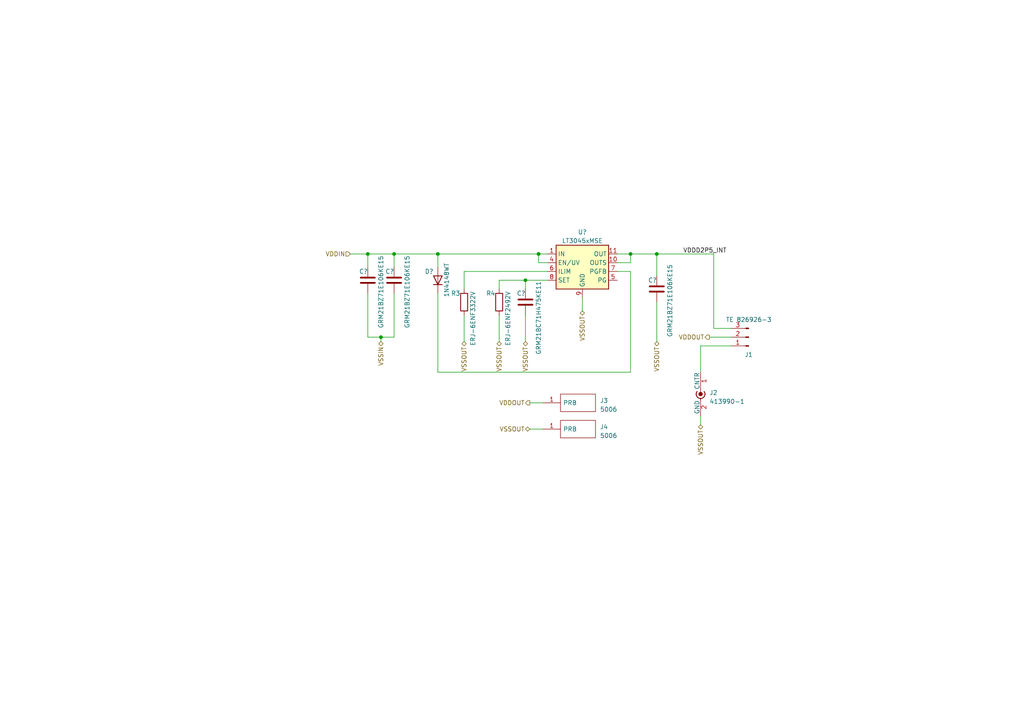
<source format=kicad_sch>
(kicad_sch (version 20230121) (generator eeschema)
  (paper "A4")
  (lib_symbols
    (symbol "Regulator_Linear:LT3045xMSE"
      (property "Reference" "U" (at -6.35 6.35 0))
      (property "Value" "LT3045xMSE" (at 1.27 6.35 0))
      (symbol "LT3045xMSE_0_1"
        (rectangle (start -7.62 5.08) (end 7.62 -7.62) (stroke (width 0.254)) (fill (type background)))
      )
      (symbol "LT3045xMSE_1_1"
        (pin power_in line (at -10.16 2.54 0) (length 2.54) (name "IN") (number "1"))
        (pin input line (at 10.16 0 180) (length 2.54) (name "OUTS") (number "10"))
        (pin power_out line (at 10.16 2.54 180) (length 2.54) (name "OUT") (number "11"))
        (pin passive line (at 10.16 2.54 180) (length 2.54) hide (name "OUT") (number "12"))
        (pin passive line (at 0 -10.16 90) (length 2.54) hide (name "GND") (number "13"))
        (pin passive line (at -10.16 2.54 0) (length 2.54) hide (name "IN") (number "2"))
        (pin passive line (at -10.16 2.54 0) (length 2.54) hide (name "IN") (number "3"))
        (pin input line (at -10.16 0 0) (length 2.54) (name "EN/UV") (number "4"))
        (pin open_collector line (at 10.16 -5.08 180) (length 2.54) (name "PG") (number "5"))
        (pin passive line (at -10.16 -2.54 0) (length 2.54) (name "ILIM") (number "6"))
        (pin input line (at 10.16 -2.54 180) (length 2.54) (name "PGFB") (number "7"))
        (pin passive line (at -10.16 -5.08 0) (length 2.54) (name "SET") (number "8"))
        (pin power_in line (at 0 -10.16 90) (length 2.54) (name "GND") (number "9"))
      )
    )
    (symbol "cyborg65r2_connectors:413990-1" (pin_names (offset 0))
      (property "Reference" "J" (at 2.54 -1.27 0))
      (property "Value" "413990-1" (at 2.54 -3.81 0))
      (symbol "413990-1_0_0"
        (pin passive line (at 0 0 270) (length 5.08) (name "CNTR") (number "1"))
        (pin passive line (at 0 -12.7 90) (length 5.08) (name "GND") (number "2"))
        (pin passive line (at 0 -12.7 90) (length 5.08) hide (name "GND") (number "3"))
        (pin passive line (at 0 -12.7 90) (length 5.08) hide (name "GND") (number "4"))
        (pin passive line (at 0 -12.7 90) (length 5.08) hide (name "GND") (number "5"))
      )
      (symbol "413990-1_0_1"
        (arc (start -1.2695 -6.3498) (mid 0.0005 -7.6143) (end 1.2705 -6.3498) (stroke (width 0.254)))
        (arc (start -1.0155 -5.5878) (mid -1.2043 -5.9482) (end -1.2695 -6.3498) (stroke (width 0.254)))
        (polyline (pts (xy 0.0005 -7.6198) (xy 0.0005 -8.1278)))
        (polyline (pts (xy 0.0005 -5.0798) (xy 0.0005 -6.3498)))
        (circle (center 0.0005 -6.3498) (radius 0.508) (stroke (width 0.2032)) (fill (type outline)))
        (arc (start 1.2705 -6.3498) (mid 1.2053 -5.9482) (end 1.0165 -5.5878) (stroke (width 0.254)))
      )
    )
    (symbol "cyborg65r2_connectors:5006" (pin_names (offset 0.762))
      (property "Reference" "J" (at 15.24 1.27 0))
      (property "Value" "5006" (at 15.24 -1.27 0))
      (symbol "5006_0_0"
        (pin passive line (at 0 0 0) (length 5.08) (name "PRB") (number "1"))
      )
      (symbol "5006_0_1"
        (polyline (pts (xy 5.08 2.54) (xy 15.24 2.54) (xy 15.24 -2.54) (xy 5.08 -2.54) (xy 5.08 2.54)) (stroke (width 0.1524)))
      )
    )
    (symbol "cyborg65r2_connectors:TE 826926-3" (pin_names (offset 1.016) hide)
      (property "Reference" "J" (at 0 5.08 0))
      (property "Value" "TE 826926-3" (at 0 -5.08 0))
      (symbol "TE 826926-3_1_1"
        (polyline (pts (xy 1.27 -2.54) (xy 0.8636 -2.54)) (stroke (width 0.1524)))
        (polyline (pts (xy 1.27 0) (xy 0.8636 0)) (stroke (width 0.1524)))
        (polyline (pts (xy 1.27 2.54) (xy 0.8636 2.54)) (stroke (width 0.1524)))
        (rectangle (start 0.8636 -2.413) (end 0 -2.667) (stroke (width 0.1524)) (fill (type outline)))
        (rectangle (start 0.8636 0.127) (end 0 -0.127) (stroke (width 0.1524)) (fill (type outline)))
        (rectangle (start 0.8636 2.667) (end 0 2.413) (stroke (width 0.1524)) (fill (type outline)))
        (pin passive line (at 5.08 2.54 180) (length 3.81) (name "Pin_1") (number "1"))
        (pin passive line (at 5.08 0 180) (length 3.81) (name "Pin_2") (number "2"))
        (pin passive line (at 5.08 -2.54 180) (length 3.81) (name "Pin_3") (number "3"))
      )
    )
    (symbol "cyborg65r2_pcb_passives:1N4148WT" (pin_numbers hide) (pin_names (offset 1.016) hide)
      (property "Reference" "D" (at 0 2.54 0))
      (property "Value" "1N4148WT" (at 0 -2.54 0))
      (symbol "1N4148WT_0_1"
        (polyline (pts (xy -1.27 1.27) (xy -1.27 -1.27)) (stroke (width 0.254)))
        (polyline (pts (xy 1.27 0) (xy -1.27 0)))
        (polyline (pts (xy 1.27 1.27) (xy 1.27 -1.27) (xy -1.27 0) (xy 1.27 1.27)) (stroke (width 0.254)))
      )
      (symbol "1N4148WT_1_1"
        (pin passive line (at -3.81 0 0) (length 2.54) (name "K") (number "1"))
        (pin passive line (at 3.81 0 180) (length 2.54) (name "A") (number "2"))
      )
    )
    (symbol "cyborg65r2_pcb_passives:ERJ-6ENF2492V" (pin_numbers hide) (pin_names (offset 0))
      (property "Reference" "R" (at 2.032 0 90))
      (property "Value" "ERJ-6ENF2492V" (at -2.54 0 90))
      (symbol "ERJ-6ENF2492V_0_1"
        (rectangle (start -1.016 -2.54) (end 1.016 2.54) (stroke (width 0.254)))
      )
      (symbol "ERJ-6ENF2492V_1_1"
        (pin passive line (at 0 3.81 270) (length 1.27) (name "~") (number "1"))
        (pin passive line (at 0 -3.81 90) (length 1.27) (name "~") (number "2"))
      )
    )
    (symbol "cyborg65r2_pcb_passives:ERJ-6ENF3322V" (pin_numbers hide) (pin_names (offset 0))
      (property "Reference" "R" (at 2.032 0 90))
      (property "Value" "ERJ-6ENF3322V" (at -2.54 0 90))
      (symbol "ERJ-6ENF3322V_0_1"
        (rectangle (start -1.016 -2.54) (end 1.016 2.54) (stroke (width 0.254)))
      )
      (symbol "ERJ-6ENF3322V_1_1"
        (pin passive line (at 0 3.81 270) (length 1.27) (name "~") (number "1"))
        (pin passive line (at 0 -3.81 90) (length 1.27) (name "~") (number "2"))
      )
    )
    (symbol "cyborg65r2_pcb_passives:GRM21BC71H475KE11" (pin_numbers hide) (pin_names (offset 0.254))
      (property "Reference" "C" (at 0.635 2.54 0))
      (property "Value" "GRM21BC71H475KE11" (at 0.635 -2.54 0))
      (symbol "GRM21BC71H475KE11_0_1"
        (polyline (pts (xy -2.032 -0.762) (xy 2.032 -0.762)) (stroke (width 0.508)))
        (polyline (pts (xy -2.032 0.762) (xy 2.032 0.762)) (stroke (width 0.508)))
      )
      (symbol "GRM21BC71H475KE11_1_1"
        (pin passive line (at 0 3.81 270) (length 2.794) (name "~") (number "1"))
        (pin passive line (at 0 -3.81 90) (length 2.794) (name "~") (number "2"))
      )
    )
    (symbol "cyborg65r2_pcb_passives:GRM21BZ71E106KE15" (pin_numbers hide) (pin_names (offset 0.254))
      (property "Reference" "C" (at 0.635 2.54 0))
      (property "Value" "GRM21BZ71E106KE15" (at 0.635 -2.54 0))
      (symbol "GRM21BZ71E106KE15_0_1"
        (polyline (pts (xy -2.032 -0.762) (xy 2.032 -0.762)) (stroke (width 0.508)))
        (polyline (pts (xy -2.032 0.762) (xy 2.032 0.762)) (stroke (width 0.508)))
      )
      (symbol "GRM21BZ71E106KE15_1_1"
        (pin passive line (at 0 3.81 270) (length 2.794) (name "~") (number "1"))
        (pin passive line (at 0 -3.81 90) (length 2.794) (name "~") (number "2"))
      )
    )
  )
  (junction (at 182.88 73.66))
  (junction (at 110.49 97.79))
  (junction (at 156.21 73.66))
  (junction (at 106.68 73.66))
  (junction (at 152.4 81.28))
  (junction (at 114.3 73.66))
  (junction (at 127 73.66))
  (junction (at 190.5 73.66))
  (wire (pts (xy 127 85.09) (xy 127 107.95)))
  (wire (pts (xy 207.01 95.25) (xy 207.01 73.66)))
  (wire (pts (xy 110.49 97.79) (xy 114.3 97.79)))
  (wire (pts (xy 152.4 83.82) (xy 152.4 81.28)))
  (wire (pts (xy 134.62 78.74) (xy 134.62 83.82)))
  (wire (pts (xy 203.2 120.65) (xy 203.2 123.19)))
  (wire (pts (xy 190.5 73.66) (xy 207.01 73.66)))
  (wire (pts (xy 127 73.66) (xy 156.21 73.66)))
  (wire (pts (xy 144.78 81.28) (xy 144.78 83.82)))
  (wire (pts (xy 106.68 97.79) (xy 110.49 97.79)))
  (wire (pts (xy 134.62 91.44) (xy 134.62 99.06)))
  (wire (pts (xy 144.78 91.44) (xy 144.78 99.06)))
  (wire (pts (xy 114.3 77.47) (xy 114.3 73.66)))
  (wire (pts (xy 127 77.47) (xy 127 73.66)))
  (wire (pts (xy 156.21 73.66) (xy 158.75 73.66)))
  (wire (pts (xy 203.2 100.33) (xy 203.2 107.95)))
  (wire (pts (xy 106.68 85.09) (xy 106.68 97.79)))
  (wire (pts (xy 182.88 78.74) (xy 179.07 78.74)))
  (wire (pts (xy 182.88 73.66) (xy 190.5 73.66)))
  (wire (pts (xy 110.49 97.79) (xy 110.49 99.06)))
  (wire (pts (xy 158.75 78.74) (xy 134.62 78.74)))
  (wire (pts (xy 152.4 91.44) (xy 152.4 99.06)))
  (wire (pts (xy 182.88 76.2) (xy 182.88 73.66)))
  (wire (pts (xy 158.75 76.2) (xy 156.21 76.2)))
  (wire (pts (xy 106.68 77.47) (xy 106.68 73.66)))
  (wire (pts (xy 179.07 73.66) (xy 182.88 73.66)))
  (wire (pts (xy 106.68 73.66) (xy 114.3 73.66)))
  (wire (pts (xy 168.91 86.36) (xy 168.91 90.17)))
  (wire (pts (xy 212.09 100.33) (xy 203.2 100.33)))
  (wire (pts (xy 156.21 76.2) (xy 156.21 73.66)))
  (wire (pts (xy 212.09 95.25) (xy 207.01 95.25)))
  (wire (pts (xy 182.88 107.95) (xy 182.88 78.74)))
  (wire (pts (xy 152.4 81.28) (xy 158.75 81.28)))
  (wire (pts (xy 101.6 73.66) (xy 106.68 73.66)))
  (wire (pts (xy 190.5 87.63) (xy 190.5 99.06)))
  (wire (pts (xy 153.67 124.46) (xy 157.48 124.46)))
  (wire (pts (xy 114.3 73.66) (xy 127 73.66)))
  (wire (pts (xy 153.67 116.84) (xy 157.48 116.84)))
  (wire (pts (xy 114.3 85.09) (xy 114.3 97.79)))
  (wire (pts (xy 127 107.95) (xy 182.88 107.95)))
  (wire (pts (xy 190.5 73.66) (xy 190.5 80.01)))
  (wire (pts (xy 179.07 76.2) (xy 182.88 76.2)))
  (wire (pts (xy 152.4 81.28) (xy 144.78 81.28)))
  (wire (pts (xy 205.74 97.79) (xy 212.09 97.79)))
  (label "VDDD2P5_INT" (at 198.12 73.66 0))
  (hierarchical_label "VDDOUT" (shape output) (at 153.67 116.84 180))
  (hierarchical_label "VSSOUT" (shape bidirectional) (at 152.4 99.06 270))
  (hierarchical_label "VSSOUT" (shape bidirectional) (at 168.91 90.17 270))
  (hierarchical_label "VDDOUT" (shape output) (at 205.74 97.79 180))
  (hierarchical_label "VSSOUT" (shape bidirectional) (at 144.78 99.06 270))
  (hierarchical_label "VSSOUT" (shape bidirectional) (at 134.62 99.06 270))
  (hierarchical_label "VSSIN" (shape bidirectional) (at 110.49 99.06 270))
  (hierarchical_label "VSSOUT" (shape bidirectional) (at 203.2 123.19 270))
  (hierarchical_label "VSSOUT" (shape bidirectional) (at 153.67 124.46 180))
  (hierarchical_label "VDDIN" (shape input) (at 101.6 73.66 180))
  (hierarchical_label "VSSOUT" (shape bidirectional) (at 190.5 99.06 270))
  (symbol (lib_id "cyborg65r2_connectors:5006") (at 157.48 116.84 0) (unit 1)
    (property "Reference" "J3" (at 173.99 116.205 0) (effects (justify left)))
    (property "Value" "5006" (at 173.99 118.745 0) (effects (justify left)))
    (property "Footprint" "cyborg65r2_connectors:5006" (effects hide))
    (property "Datasheet" "http://www.keyelco.com/product-pdf.cfm?p=1315" (effects hide))
    (property "Description" "Test Point, PC, Snap in Mounting,  Compact, Black Base" (effects hide))
    (property "Manufacturer_Name" "Keystone Electronics" (effects hide))
    (property "Manufacturer_Part_Number" "5006" (effects hide))
    (property "Mouser Part Number" "534-5006" (effects hide))
    (property "Mouser Price/Stock" "https://www.mouser.co.uk/ProductDetail/Keystone-Electronics/5006?qs=q0tsjPZWdm99DN5QVOwb8g%3D%3D" (effects hide))
    (property "Arrow Part Number" "5006" (effects hide))
    (property "Arrow Price/Stock" "https://www.arrow.com/en/products/5006/keystone-electronics?region=europe" (effects hide))
    (instances (project "cyborg65r2_thermo_pcb" (path "" (reference "J3") (unit 1)) (path "" (reference "J5") (unit 1)) (path "" (reference "J9") (unit 1))))
  )
  (symbol (lib_id "cyborg65r2_pcb_passives:GRM21BZ71E106KE15") (at 114.3 81.28 0) (unit 1)
    (property "Reference" "C?" (at 111.76 78.74 0) (effects (justify left)))
    (property "Value" "GRM21BZ71E106KE15" (at 118.11 95.25 90) (effects (justify left)))
    (property "Footprint" "Capacitor_SMD:C_0805_2012Metric" (effects hide))
    (property "Datasheet" "https://www.murata.com/products/productdetail?partno=GRM21BZ71E106KE15%23" (effects hide))
    (instances (project "cyborg65r2_thermo_pcb" (path "" (reference "C?") (unit 1)) (path "" (reference "C2") (unit 1)) (path "" (reference "C14") (unit 1)) (path "" (reference "C10") (unit 1))))
  )
  (symbol (lib_id "cyborg65r2_connectors:413990-1") (at 203.2 107.95 0) (unit 1)
    (property "Reference" "J2" (at 205.74 113.9188 0) (effects (justify left)))
    (property "Value" "413990-1" (at 205.74 116.4588 0) (effects (justify left)))
    (property "Footprint" "cyborg65r2_connectors:413990-1" (effects hide))
    (property "Datasheet" "https://componentsearchengine.com/Datasheets/2/413990-1.pdf" (effects hide))
    (property "Description" "SMB Connector Receptacle, Male Pin 50Ohm Through Hole Solder" (effects hide))
    (property "Height" "7.62" (effects hide))
    (property "Manufacturer_Name" "TE Connectivity" (effects hide))
    (property "Manufacturer_Part_Number" "413990-1" (effects hide))
    (property "Mouser Part Number" "571-4139901" (effects hide))
    (property "Mouser Price/Stock" "https://www.mouser.co.uk/ProductDetail/TE-Connectivity/413990-1?qs=7QuPeZUaY4GhWa7hqv5PMQ%3D%3D" (effects hide))
    (property "Arrow Part Number" "413990-1" (effects hide))
    (property "Arrow Price/Stock" "https://www.arrow.com/en/products/413990-1/te-connectivity?region=nac" (effects hide))
    (instances (project "cyborg65r2_thermo_pcb" (path "" (reference "J2") (unit 1)) (path "" (reference "J7") (unit 1)) (path "" (reference "J11") (unit 1))))
  )
  (symbol (lib_id "cyborg65r2_pcb_passives:ERJ-6ENF3322V") (at 134.62 87.63 0) (unit 1)
    (property "Reference" "R3" (at 130.81 85.09 0) (effects (justify left)))
    (property "Value" "ERJ-6ENF3322V" (at 137.16 100.33 90) (effects (justify left)))
    (property "Footprint" "Resistor_SMD:R_0805_2012Metric" (effects hide))
    (property "Datasheet" "https://industrial.panasonic.com/cdbs/www-data/pdf/RDA0000/AOA0000C304.pdf" (effects hide))
    (instances (project "cyborg65r2_thermo_pcb" (path "" (reference "R3") (unit 1)) (path "" (reference "R5") (unit 1))))
  )
  (symbol (lib_id "cyborg65r2_pcb_passives:GRM21BC71H475KE11") (at 152.4 87.63 0) (unit 1)
    (property "Reference" "C?" (at 149.86 85.09 0) (effects (justify left)))
    (property "Value" "GRM21BC71H475KE11" (at 156.21 102.87 90) (effects (justify left)))
    (property "Footprint" "Capacitor_SMD:C_0805_2012Metric" (effects hide))
    (property "Datasheet" "https://www.murata.com/en-eu/products/productdetail?partno=GRM21BC71H475KE11%23" (effects hide))
    (instances (project "cyborg65r2_thermo_pcb" (path "" (reference "C?") (unit 1)) (path "" (reference "C3") (unit 1)) (path "" (reference "C15") (unit 1)) (path "" (reference "C11") (unit 1))))
  )
  (symbol (lib_id "cyborg65r2_pcb_passives:ERJ-6ENF2492V") (at 144.78 87.63 0) (unit 1)
    (property "Reference" "R4" (at 140.97 85.09 0) (effects (justify left)))
    (property "Value" "ERJ-6ENF2492V" (at 147.32 100.33 90) (effects (justify left)))
    (property "Footprint" "Resistor_SMD:R_0805_2012Metric" (effects hide))
    (property "Datasheet" "https://industrial.panasonic.com/cdbs/www-data/pdf/RDA0000/AOA0000C304.pdf" (effects hide))
    (instances (project "cyborg65r2_thermo_pcb" (path "" (reference "R4") (unit 1)) (path "" (reference "R6") (unit 1))))
  )
  (symbol (lib_id "cyborg65r2_pcb_passives:GRM21BZ71E106KE15") (at 106.68 81.28 0) (unit 1)
    (property "Reference" "C?" (at 104.14 78.74 0) (effects (justify left)))
    (property "Value" "GRM21BZ71E106KE15" (at 110.49 95.25 90) (effects (justify left)))
    (property "Footprint" "Capacitor_SMD:C_0805_2012Metric" (effects hide))
    (property "Datasheet" "https://www.murata.com/products/productdetail?partno=GRM21BZ71E106KE15%23" (effects hide))
    (instances (project "cyborg65r2_thermo_pcb" (path "" (reference "C?") (unit 1)) (path "" (reference "C1") (unit 1)) (path "" (reference "C13") (unit 1)) (path "" (reference "C9") (unit 1))))
  )
  (symbol (lib_id "Regulator_Linear:LT3045xMSE") (at 168.91 76.2 0) (unit 1)
    (property "Reference" "U?" (at 168.91 67.31 0))
    (property "Value" "LT3045xMSE" (at 168.91 69.85 0))
    (property "Footprint" "Package_SO:MSOP-12-1EP_3x4mm_P0.65mm_EP1.65x2.85mm" (effects hide))
    (property "Datasheet" "https://www.analog.com/media/en/technical-documentation/data-sheets/3045fa.pdf" (effects hide))
    (instances (project "cyborg65r2_thermo_pcb" (path "" (reference "U?") (unit 1)) (path "" (reference "U1") (unit 1)) (path "" (reference "U3") (unit 1)) (path "" (reference "U3") (unit 1))))
  )
  (symbol (lib_id "cyborg65r2_pcb_passives:1N4148WT") (at 127 81.28 90) (unit 1)
    (property "Reference" "D?" (at 123.19 78.74 90) (effects (justify right)))
    (property "Value" "1N4148WT" (at 129.54 76.2 0) (effects (justify right)))
    (property "Footprint" "Diode_SMD:D_SOD-523" (effects hide))
    (property "Datasheet" "https://www.onsemi.com/products/discrete-power-modules/small-signal-switching-diodes/1n4148wt" (effects hide))
    (property "Sim.Device" "D" (effects hide))
    (property "Sim.Pins" "1=K 2=A" (effects hide))
    (instances (project "cyborg65r2_thermo_pcb" (path "" (reference "D?") (unit 1)) (path "" (reference "D1") (unit 1)) (path "" (reference "D2") (unit 1)) (path "" (reference "D3") (unit 1))))
  )
  (symbol (lib_id "cyborg65r2_connectors:TE 826926-3") (at 217.17 97.79 180) (unit 1)
    (property "Reference" "J1" (at 217.17 102.87 0))
    (property "Value" "TE 826926-3" (at 217.17 92.71 0))
    (property "Footprint" "Connector_PinHeader_2.54mm:PinHeader_1x03_P2.54mm_Vertical" (effects hide))
    (property "Datasheet" "https://www.te.com/usa-en/product-826926-3.html" (effects hide))
    (instances (project "cyborg65r2_thermo_pcb" (path "" (reference "J1") (unit 1)) (path "" (reference "J8") (unit 1)) (path "" (reference "J12") (unit 1))))
  )
  (symbol (lib_id "cyborg65r2_pcb_passives:GRM21BZ71E106KE15") (at 190.5 83.82 0) (unit 1)
    (property "Reference" "C?" (at 187.96 81.28 0) (effects (justify left)))
    (property "Value" "GRM21BZ71E106KE15" (at 194.31 97.79 90) (effects (justify left)))
    (property "Footprint" "Capacitor_SMD:C_0805_2012Metric" (effects hide))
    (property "Datasheet" "https://www.murata.com/products/productdetail?partno=GRM21BZ71E106KE15%23" (effects hide))
    (instances (project "cyborg65r2_thermo_pcb" (path "" (reference "C?") (unit 1)) (path "" (reference "C4") (unit 1)) (path "" (reference "C16") (unit 1)) (path "" (reference "C12") (unit 1))))
  )
  (symbol (lib_id "cyborg65r2_connectors:5006") (at 157.48 124.46 0) (unit 1)
    (property "Reference" "J4" (at 173.99 123.825 0) (effects (justify left)))
    (property "Value" "5006" (at 173.99 126.365 0) (effects (justify left)))
    (property "Footprint" "cyborg65r2_connectors:5006" (effects hide))
    (property "Datasheet" "http://www.keyelco.com/product-pdf.cfm?p=1315" (effects hide))
    (property "Description" "Test Point, PC, Snap in Mounting,  Compact, Black Base" (effects hide))
    (property "Manufacturer_Name" "Keystone Electronics" (effects hide))
    (property "Manufacturer_Part_Number" "5006" (effects hide))
    (property "Mouser Part Number" "534-5006" (effects hide))
    (property "Mouser Price/Stock" "https://www.mouser.co.uk/ProductDetail/Keystone-Electronics/5006?qs=q0tsjPZWdm99DN5QVOwb8g%3D%3D" (effects hide))
    (property "Arrow Part Number" "5006" (effects hide))
    (property "Arrow Price/Stock" "https://www.arrow.com/en/products/5006/keystone-electronics?region=europe" (effects hide))
    (instances (project "cyborg65r2_thermo_pcb" (path "" (reference "J4") (unit 1)) (path "" (reference "J6") (unit 1)) (path "" (reference "J10") (unit 1))))
  )
)
</source>
